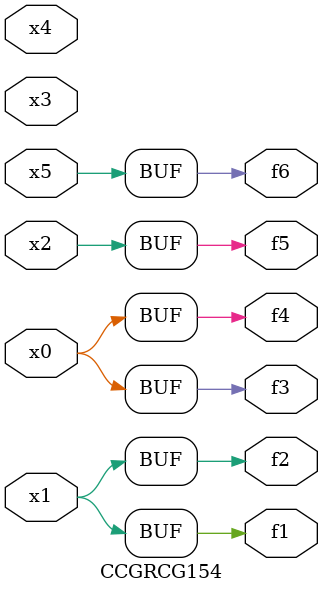
<source format=v>
module CCGRCG154(
	input x0, x1, x2, x3, x4, x5,
	output f1, f2, f3, f4, f5, f6
);
	assign f1 = x1;
	assign f2 = x1;
	assign f3 = x0;
	assign f4 = x0;
	assign f5 = x2;
	assign f6 = x5;
endmodule

</source>
